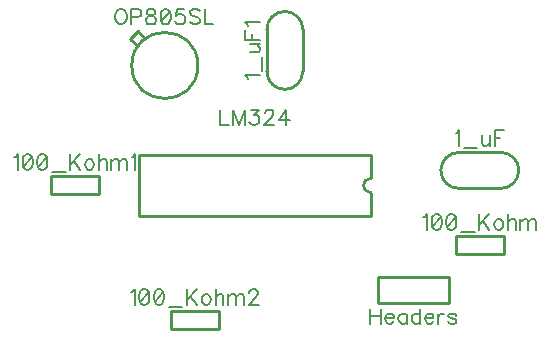
<source format=gto>
G04 DipTrace 2.4.0.2*
%INTopSilk.gto*%
%MOIN*%
%ADD10C,0.0098*%
%ADD46C,0.0077*%
%FSLAX44Y44*%
G04*
G70*
G90*
G75*
G01*
%LNTopSilk*%
%LPD*%
X16298Y8916D2*
D10*
X8582D1*
Y10964D2*
Y8916D1*
X16298Y10964D2*
X8582D1*
X16298D2*
Y10176D1*
Y8916D2*
Y9704D1*
Y10176D2*
G03X16298Y9704I0J-236D01*
G01*
X11242Y5140D2*
Y5740D1*
X9639Y5140D2*
X11242D1*
X9639D2*
Y5740D1*
X11242D1*
X14040Y13741D2*
Y15139D1*
X12840Y13741D2*
Y15139D1*
X14040D2*
G03X12840Y15139I-600J1D01*
G01*
Y13741D2*
G03X14040Y13741I600J-1D01*
G01*
X20741Y7640D2*
Y8240D1*
X19139Y7640D2*
X20741D1*
X19139D2*
Y8240D1*
X20741D1*
X5639Y10240D2*
Y9640D1*
X7241Y10240D2*
X5639D1*
X7241D2*
Y9640D1*
X5639D1*
X19241Y9840D2*
X20639D1*
X19241Y11040D2*
X20639D1*
Y9840D2*
G03X20639Y11040I1J600D01*
G01*
X19241D2*
G03X19241Y9840I-1J-600D01*
G01*
X16546Y6873D2*
X18909D1*
X16546Y6007D2*
X18909D1*
X16546Y6873D2*
Y6007D1*
X18909Y6873D2*
Y6007D1*
X8338Y13940D2*
G02X8338Y13940I1102J0D01*
G01*
X8545Y14585D2*
X8295Y14835D1*
X8545Y15085D1*
X8795Y14835D1*
X11282Y12468D2*
D46*
Y11965D1*
X11569D1*
X12106D2*
Y12468D1*
X11915Y11965D1*
X11724Y12468D1*
Y11965D1*
X12308Y12467D2*
X12571D1*
X12428Y12276D1*
X12500D1*
X12547Y12252D1*
X12571Y12228D1*
X12595Y12156D1*
Y12109D1*
X12571Y12037D1*
X12523Y11989D1*
X12452Y11965D1*
X12380D1*
X12308Y11989D1*
X12285Y12013D1*
X12260Y12061D1*
X12774Y12348D2*
Y12371D1*
X12798Y12419D1*
X12822Y12443D1*
X12870Y12467D1*
X12965D1*
X13013Y12443D1*
X13037Y12419D1*
X13061Y12371D1*
Y12324D1*
X13037Y12276D1*
X12989Y12204D1*
X12750Y11965D1*
X13085D1*
X13478D2*
Y12467D1*
X13239Y12133D1*
X13598D1*
X8315Y6376D2*
X8363Y6400D1*
X8435Y6472D1*
Y5970D1*
X8733Y6472D2*
X8661Y6448D1*
X8613Y6376D1*
X8589Y6257D1*
Y6185D1*
X8613Y6065D1*
X8661Y5994D1*
X8733Y5970D1*
X8781D1*
X8852Y5994D1*
X8900Y6065D1*
X8924Y6185D1*
Y6257D1*
X8900Y6376D1*
X8852Y6448D1*
X8781Y6472D1*
X8733D1*
X8900Y6376D2*
X8613Y6065D1*
X9222Y6472D2*
X9150Y6448D1*
X9102Y6376D1*
X9079Y6257D1*
Y6185D1*
X9102Y6065D1*
X9150Y5994D1*
X9222Y5970D1*
X9270D1*
X9342Y5994D1*
X9389Y6065D1*
X9414Y6185D1*
Y6257D1*
X9389Y6376D1*
X9342Y6448D1*
X9270Y6472D1*
X9222D1*
X9389Y6376D2*
X9102Y6065D1*
X9568Y5887D2*
X10022D1*
X10177Y6472D2*
Y5970D1*
X10512Y6472D2*
X10177Y6137D1*
X10296Y6257D2*
X10512Y5970D1*
X10785Y6305D2*
X10738Y6281D1*
X10690Y6233D1*
X10666Y6161D1*
Y6114D1*
X10690Y6042D1*
X10738Y5994D1*
X10785Y5970D1*
X10857D1*
X10905Y5994D1*
X10953Y6042D1*
X10977Y6114D1*
Y6161D1*
X10953Y6233D1*
X10905Y6281D1*
X10857Y6305D1*
X10785D1*
X11132Y6472D2*
Y5970D1*
Y6209D2*
X11203Y6281D1*
X11251Y6305D1*
X11323D1*
X11371Y6281D1*
X11395Y6209D1*
Y5970D1*
X11549Y6305D2*
Y5970D1*
Y6209D2*
X11621Y6281D1*
X11669Y6305D1*
X11740D1*
X11788Y6281D1*
X11812Y6209D1*
Y5970D1*
Y6209D2*
X11884Y6281D1*
X11932Y6305D1*
X12003D1*
X12051Y6281D1*
X12076Y6209D1*
Y5970D1*
X12254Y6352D2*
Y6376D1*
X12278Y6424D1*
X12302Y6448D1*
X12350Y6472D1*
X12446D1*
X12493Y6448D1*
X12517Y6424D1*
X12541Y6376D1*
Y6329D1*
X12517Y6280D1*
X12469Y6209D1*
X12230Y5970D1*
X12565D1*
X12204Y13497D2*
X12180Y13545D1*
X12108Y13617D1*
X12610D1*
X12693Y13771D2*
Y14226D1*
X12275Y14380D2*
X12515D1*
X12586Y14404D1*
X12610Y14452D1*
Y14524D1*
X12586Y14571D1*
X12515Y14643D1*
X12275D2*
X12610D1*
X12108Y15109D2*
Y14798D1*
X12610D1*
X12347D2*
Y14989D1*
X12204Y15263D2*
X12180Y15311D1*
X12108Y15383D1*
X12610D1*
X18060Y8876D2*
X18108Y8900D1*
X18180Y8972D1*
Y8470D1*
X18478Y8972D2*
X18406Y8948D1*
X18358Y8876D1*
X18334Y8757D1*
Y8685D1*
X18358Y8565D1*
X18406Y8494D1*
X18478Y8470D1*
X18525D1*
X18597Y8494D1*
X18645Y8565D1*
X18669Y8685D1*
Y8757D1*
X18645Y8876D1*
X18597Y8948D1*
X18525Y8972D1*
X18478D1*
X18645Y8876D2*
X18358Y8565D1*
X18967Y8972D2*
X18895Y8948D1*
X18847Y8876D1*
X18823Y8757D1*
Y8685D1*
X18847Y8565D1*
X18895Y8494D1*
X18967Y8470D1*
X19015D1*
X19086Y8494D1*
X19134Y8565D1*
X19158Y8685D1*
Y8757D1*
X19134Y8876D1*
X19086Y8948D1*
X19015Y8972D1*
X18967D1*
X19134Y8876D2*
X18847Y8565D1*
X19313Y8387D2*
X19767D1*
X19921Y8972D2*
Y8470D1*
X20256Y8972D2*
X19921Y8637D1*
X20041Y8757D2*
X20256Y8470D1*
X20530Y8805D2*
X20482Y8781D1*
X20434Y8733D1*
X20411Y8661D1*
Y8614D1*
X20434Y8542D1*
X20482Y8494D1*
X20530Y8470D1*
X20602D1*
X20650Y8494D1*
X20697Y8542D1*
X20722Y8614D1*
Y8661D1*
X20697Y8733D1*
X20650Y8781D1*
X20602Y8805D1*
X20530D1*
X20876Y8972D2*
Y8470D1*
Y8709D2*
X20948Y8781D1*
X20996Y8805D1*
X21068D1*
X21116Y8781D1*
X21139Y8709D1*
Y8470D1*
X21294Y8805D2*
Y8470D1*
Y8709D2*
X21366Y8781D1*
X21414Y8805D1*
X21485D1*
X21533Y8781D1*
X21557Y8709D1*
Y8470D1*
Y8709D2*
X21629Y8781D1*
X21677Y8805D1*
X21748D1*
X21796Y8781D1*
X21820Y8709D1*
Y8470D1*
X4422Y10876D2*
X4471Y10900D1*
X4542Y10972D1*
Y10470D1*
X4840Y10972D2*
X4769Y10948D1*
X4721Y10876D1*
X4697Y10757D1*
Y10685D1*
X4721Y10565D1*
X4769Y10494D1*
X4840Y10470D1*
X4888D1*
X4960Y10494D1*
X5007Y10565D1*
X5032Y10685D1*
Y10757D1*
X5007Y10876D1*
X4960Y10948D1*
X4888Y10972D1*
X4840D1*
X5007Y10876D2*
X4721Y10565D1*
X5330Y10972D2*
X5258Y10948D1*
X5210Y10876D1*
X5186Y10757D1*
Y10685D1*
X5210Y10565D1*
X5258Y10494D1*
X5330Y10470D1*
X5377D1*
X5449Y10494D1*
X5497Y10565D1*
X5521Y10685D1*
Y10757D1*
X5497Y10876D1*
X5449Y10948D1*
X5377Y10972D1*
X5330D1*
X5497Y10876D2*
X5210Y10565D1*
X5675Y10387D2*
X6130D1*
X6284Y10972D2*
Y10470D1*
X6619Y10972D2*
X6284Y10637D1*
X6404Y10757D2*
X6619Y10470D1*
X6893Y10805D2*
X6845Y10781D1*
X6797Y10733D1*
X6773Y10661D1*
Y10614D1*
X6797Y10542D1*
X6845Y10494D1*
X6893Y10470D1*
X6965D1*
X7013Y10494D1*
X7060Y10542D1*
X7085Y10614D1*
Y10661D1*
X7060Y10733D1*
X7013Y10781D1*
X6965Y10805D1*
X6893D1*
X7239Y10972D2*
Y10470D1*
Y10709D2*
X7311Y10781D1*
X7359Y10805D1*
X7431D1*
X7478Y10781D1*
X7502Y10709D1*
Y10470D1*
X7657Y10805D2*
Y10470D1*
Y10709D2*
X7728Y10781D1*
X7776Y10805D1*
X7848D1*
X7896Y10781D1*
X7920Y10709D1*
Y10470D1*
Y10709D2*
X7991Y10781D1*
X8040Y10805D1*
X8111D1*
X8159Y10781D1*
X8183Y10709D1*
Y10470D1*
X8338Y10876D2*
X8386Y10900D1*
X8458Y10972D1*
Y10470D1*
X19134Y11676D2*
X19182Y11700D1*
X19254Y11772D1*
Y11270D1*
X19408Y11187D2*
X19863D1*
X20017Y11605D2*
Y11365D1*
X20041Y11294D1*
X20089Y11270D1*
X20161D1*
X20208Y11294D1*
X20280Y11365D1*
Y11605D2*
Y11270D1*
X20746Y11772D2*
X20435D1*
Y11270D1*
Y11533D2*
X20626D1*
X16296Y5837D2*
Y5335D1*
X16631Y5837D2*
Y5335D1*
X16296Y5598D2*
X16631D1*
X16785Y5526D2*
X17072D1*
Y5574D1*
X17048Y5622D1*
X17024Y5646D1*
X16976Y5670D1*
X16904D1*
X16857Y5646D1*
X16809Y5598D1*
X16785Y5526D1*
Y5479D1*
X16809Y5407D1*
X16857Y5359D1*
X16904Y5335D1*
X16976D1*
X17024Y5359D1*
X17072Y5407D1*
X17513Y5670D2*
Y5335D1*
Y5598D2*
X17466Y5646D1*
X17417Y5670D1*
X17346D1*
X17298Y5646D1*
X17251Y5598D1*
X17226Y5526D1*
Y5479D1*
X17251Y5407D1*
X17298Y5359D1*
X17346Y5335D1*
X17417D1*
X17466Y5359D1*
X17513Y5407D1*
X17954Y5837D2*
Y5335D1*
Y5598D2*
X17907Y5646D1*
X17859Y5670D1*
X17787D1*
X17739Y5646D1*
X17691Y5598D1*
X17667Y5526D1*
Y5479D1*
X17691Y5407D1*
X17739Y5359D1*
X17787Y5335D1*
X17859D1*
X17907Y5359D1*
X17954Y5407D1*
X18109Y5526D2*
X18396D1*
Y5574D1*
X18372Y5622D1*
X18348Y5646D1*
X18300Y5670D1*
X18228D1*
X18181Y5646D1*
X18132Y5598D1*
X18109Y5526D1*
Y5479D1*
X18132Y5407D1*
X18181Y5359D1*
X18228Y5335D1*
X18300D1*
X18348Y5359D1*
X18396Y5407D1*
X18550Y5670D2*
Y5335D1*
Y5526D2*
X18574Y5598D1*
X18622Y5646D1*
X18670Y5670D1*
X18742D1*
X19159Y5598D2*
X19135Y5646D1*
X19064Y5670D1*
X18992D1*
X18920Y5646D1*
X18896Y5598D1*
X18920Y5550D1*
X18968Y5526D1*
X19087Y5502D1*
X19135Y5479D1*
X19159Y5431D1*
Y5407D1*
X19135Y5359D1*
X19064Y5335D1*
X18992D1*
X18920Y5359D1*
X18896Y5407D1*
X7928Y15817D2*
X7880Y15793D1*
X7832Y15745D1*
X7808Y15697D1*
X7784Y15626D1*
Y15506D1*
X7808Y15434D1*
X7832Y15386D1*
X7880Y15339D1*
X7928Y15314D1*
X8023D1*
X8071Y15339D1*
X8119Y15386D1*
X8143Y15434D1*
X8166Y15506D1*
Y15626D1*
X8143Y15697D1*
X8119Y15745D1*
X8071Y15793D1*
X8023Y15817D1*
X7928D1*
X8321Y15554D2*
X8536D1*
X8608Y15578D1*
X8632Y15602D1*
X8656Y15649D1*
Y15721D1*
X8632Y15769D1*
X8608Y15793D1*
X8536Y15817D1*
X8321D1*
Y15314D1*
X8930Y15816D2*
X8858Y15793D1*
X8834Y15745D1*
Y15697D1*
X8858Y15649D1*
X8906Y15625D1*
X9001Y15601D1*
X9073Y15578D1*
X9121Y15529D1*
X9145Y15482D1*
Y15410D1*
X9121Y15363D1*
X9097Y15338D1*
X9025Y15314D1*
X8930D1*
X8858Y15338D1*
X8834Y15363D1*
X8810Y15410D1*
Y15482D1*
X8834Y15529D1*
X8882Y15578D1*
X8953Y15601D1*
X9049Y15625D1*
X9097Y15649D1*
X9121Y15697D1*
Y15745D1*
X9097Y15793D1*
X9025Y15816D1*
X8930D1*
X9443D2*
X9371Y15793D1*
X9323Y15721D1*
X9299Y15601D1*
Y15529D1*
X9323Y15410D1*
X9371Y15338D1*
X9443Y15314D1*
X9490D1*
X9562Y15338D1*
X9610Y15410D1*
X9634Y15529D1*
Y15601D1*
X9610Y15721D1*
X9562Y15793D1*
X9490Y15816D1*
X9443D1*
X9610Y15721D2*
X9323Y15410D1*
X10075Y15816D2*
X9836D1*
X9813Y15601D1*
X9836Y15625D1*
X9908Y15649D1*
X9979D1*
X10051Y15625D1*
X10099Y15578D1*
X10123Y15506D1*
Y15458D1*
X10099Y15386D1*
X10051Y15338D1*
X9979Y15314D1*
X9908D1*
X9836Y15338D1*
X9813Y15363D1*
X9788Y15410D1*
X10612Y15745D2*
X10565Y15793D1*
X10493Y15817D1*
X10397D1*
X10326Y15793D1*
X10278Y15745D1*
Y15697D1*
X10302Y15649D1*
X10326Y15626D1*
X10373Y15602D1*
X10517Y15554D1*
X10565Y15530D1*
X10589Y15506D1*
X10612Y15458D1*
Y15386D1*
X10565Y15339D1*
X10493Y15314D1*
X10397D1*
X10326Y15339D1*
X10278Y15386D1*
X10767Y15817D2*
Y15314D1*
X11054D1*
M02*

</source>
